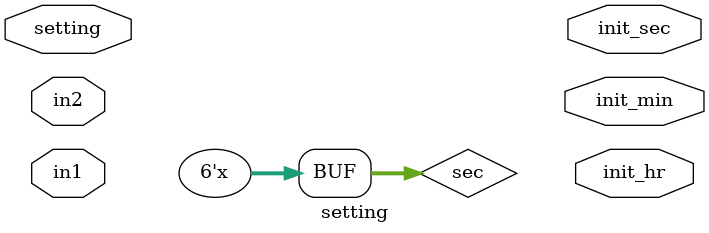
<source format=v>
`timescale 1ns / 1ps


module setting(
    input setting,
    input in1,
    input in2,
    output [5:0]init_sec,
    output [5:0]init_min,
    output [5:0]init_hr
    );
    
    reg [5:0]sec;
    reg [5:0]min;
    reg [5:0]hr;
    
    always @*
    begin
        if(setting == 1)
        begin
            if(in2 == 1)
            begin
                sec = sec + 6'd1;
            end
            if(in1 == 1)
            begin
                
            end
        end
    end
    
endmodule

</source>
